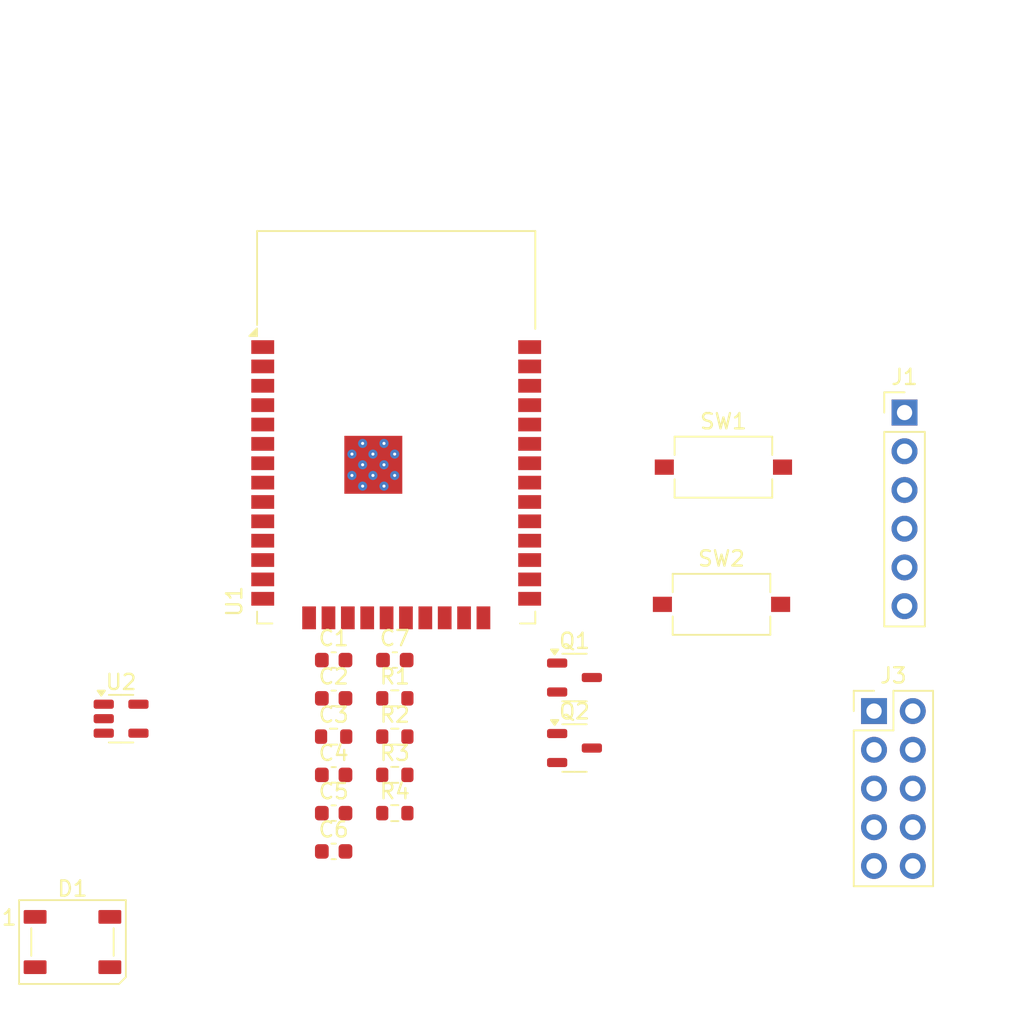
<source format=kicad_pcb>
(kicad_pcb (version 20240108) (generator "pcbnew") (generator_version "8.0")
  (layers (0 "F.Cu" signal) (31 "B.Cu" signal) (34 "B.Paste" user) (35 "F.Paste" user) (36 "B.SilkS" user "B.Silkscreen") (37 "F.SilkS" user "F.Silkscreen") (38 "B.Mask" user) (39 "F.Mask" user) (44 "Edge.Cuts" user))
  (net 0 "")
  (net 1 "GND")
  (net 2 "VDD33")
  (net 3 "/EN")
  (net 4 "/IO0")
  (net 5 "VBAT")
  (net 7 "Net-(D1-DIN)")
  (net 15 "/TDI")
  (net 16 "/TCK")
  (net 17 "+3V3")
  (net 19 "/TDO")
  (net 20 "/TMS")
  (net 21 "Net-(Q1-B)")
  (net 22 "/RTS")
  (net 23 "Net-(Q2-B)")
  (net 24 "/DTR")
  (net 25 "/IO5")
  (footprint "Button_Switch_SMD:SW_Tactile_SPST_NO_Straight_CK_PTS636Sx25SMTRLFS" (layer "F.Cu") (at 210.625 83)
    (property "Reference" "SW1" (at 0 -3 0) (layer "F.SilkS"))
    (property "Value" "BOOT")
    (fp_line (start -3.2 -2) (end -3.2 -0.8) (stroke (width 0.12)) (layer "F.SilkS"))
    (fp_line (start -3.2 0.8) (end -3.2 2) (stroke (width 0.12)) (layer "F.SilkS"))
    (fp_line (start -3.2 2) (end 3.2 2) (stroke (width 0.12)) (layer "F.SilkS"))
    (fp_line (start 3.2 -2) (end -3.2 -2) (stroke (width 0.12)) (layer "F.SilkS"))
    (fp_line (start 3.2 -0.8) (end 3.2 -2) (stroke (width 0.12)) (layer "F.SilkS"))
    (fp_line (start 3.2 2) (end 3.2 0.8) (stroke (width 0.12)) (layer "F.SilkS"))
    (pad "1" smd rect (at -3.875 0) (size 1.25 1) (layers "F.Cu" "F.Paste" "F.Mask") (net 1 "GND"))
    (pad "2" smd rect (at 3.875 0) (size 1.25 1) (layers "F.Cu" "F.Paste" "F.Mask") (net 4 "/IO0"))
  )
  (footprint "Package_TO_SOT_SMD:SOT-23-5" (layer "F.Cu") (at 171.1375 99.5)
    (property "Reference" "U2" (at 0 -2.4 0) (layer "F.SilkS"))
    (property "Value" "TLV75733PDBV")
    (fp_line (start 0 -1.56) (end -0.8 -1.56) (stroke (width 0.12)) (layer "F.SilkS"))
    (fp_line (start 0 -1.56) (end 0.8 -1.56) (stroke (width 0.12)) (layer "F.SilkS"))
    (fp_line (start 0 1.56) (end -0.8 1.56) (stroke (width 0.12)) (layer "F.SilkS"))
    (fp_line (start 0 1.56) (end 0.8 1.56) (stroke (width 0.12)) (layer "F.SilkS"))
    (fp_poly (pts (xy -1.3 -1.51) (xy -1.54 -1.84) (xy -1.06 -1.84) (xy -1.3 -1.51)) (stroke (width 0.12)) (fill solid) (layer "F.SilkS"))
    (pad "1" smd roundrect (at -1.1375 -0.95) (size 1.325 0.6) (layers "F.Cu" "F.Paste" "F.Mask") (net 5 "VBAT"))
    (pad "2" smd roundrect (at -1.1375 0) (size 1.325 0.6) (layers "F.Cu" "F.Paste" "F.Mask") (net 1 "GND"))
    (pad "3" smd roundrect (at -1.1375 0.95) (size 1.325 0.6) (layers "F.Cu" "F.Paste" "F.Mask") (net 5 "VBAT"))
    (pad "4" smd roundrect (at 1.1375 0.95) (size 1.325 0.6) (layers "F.Cu" "F.Paste" "F.Mask"))
    (pad "5" smd roundrect (at 1.1375 -0.95) (size 1.325 0.6) (layers "F.Cu" "F.Paste" "F.Mask") (net 2 "VDD33"))
  )
  (footprint "RF_Module:ESP32-WROOM-32D" (layer "F.Cu") (at 189.1725 83.375)
    (property "Reference" "U1" (at -10.61 8.43 90) (layer "F.SilkS"))
    (property "Value" "ESP32-WROOM-32D")
    (fp_line (start -9.12 -15.86) (end -9.12 -9.7) (stroke (width 0.12)) (layer "F.SilkS"))
    (fp_line (start -9.12 -15.86) (end 9.12 -15.86) (stroke (width 0.12)) (layer "F.SilkS"))
    (fp_line (start -9.12 9.1) (end -9.12 9.88) (stroke (width 0.12)) (layer "F.SilkS"))
    (fp_line (start -9.12 9.88) (end -8.12 9.88) (stroke (width 0.12)) (layer "F.SilkS"))
    (fp_line (start 9.12 -15.86) (end 9.12 -9.445) (stroke (width 0.12)) (layer "F.SilkS"))
    (fp_line (start 9.12 9.1) (end 9.12 9.88) (stroke (width 0.12)) (layer "F.SilkS"))
    (fp_line (start 9.12 9.88) (end 8.12 9.88) (stroke (width 0.12)) (layer "F.SilkS"))
    (fp_poly (pts (xy -9.125 -8.975) (xy -9.625 -8.975) (xy -9.125 -9.475) (xy -9.125 -8.975)) (stroke (width 0.12)) (fill solid) (layer "F.SilkS"))
    (pad "1" smd rect (at -8.75 -8.25) (size 1.5 0.9) (layers "F.Cu" "F.Paste" "F.Mask") (net 1 "GND"))
    (pad "2" smd rect (at -8.75 -6.98) (size 1.5 0.9) (layers "F.Cu" "F.Paste" "F.Mask") (net 2 "VDD33"))
    (pad "3" smd rect (at -8.75 -5.71) (size 1.5 0.9) (layers "F.Cu" "F.Paste" "F.Mask") (net 3 "/EN"))
    (pad "4" smd rect (at -8.75 -4.44) (size 1.5 0.9) (layers "F.Cu" "F.Paste" "F.Mask"))
    (pad "5" smd rect (at -8.75 -3.17) (size 1.5 0.9) (layers "F.Cu" "F.Paste" "F.Mask"))
    (pad "6" smd rect (at -8.75 -1.9) (size 1.5 0.9) (layers "F.Cu" "F.Paste" "F.Mask"))
    (pad "7" smd rect (at -8.75 -0.63) (size 1.5 0.9) (layers "F.Cu" "F.Paste" "F.Mask"))
    (pad "8" smd rect (at -8.75 0.64) (size 1.5 0.9) (layers "F.Cu" "F.Paste" "F.Mask"))
    (pad "9" smd rect (at -8.75 1.91) (size 1.5 0.9) (layers "F.Cu" "F.Paste" "F.Mask"))
    (pad "10" smd rect (at -8.75 3.18) (size 1.5 0.9) (layers "F.Cu" "F.Paste" "F.Mask"))
    (pad "11" smd rect (at -8.75 4.45) (size 1.5 0.9) (layers "F.Cu" "F.Paste" "F.Mask"))
    (pad "12" smd rect (at -8.75 5.72) (size 1.5 0.9) (layers "F.Cu" "F.Paste" "F.Mask"))
    (pad "13" smd rect (at -8.75 6.99) (size 1.5 0.9) (layers "F.Cu" "F.Paste" "F.Mask"))
    (pad "14" smd rect (at -8.75 8.26) (size 1.5 0.9) (layers "F.Cu" "F.Paste" "F.Mask"))
    (pad "15" smd rect (at -5.71 9.51 90) (size 1.5 0.9) (layers "F.Cu" "F.Paste" "F.Mask") (net 1 "GND"))
    (pad "16" smd rect (at -4.44 9.51 90) (size 1.5 0.9) (layers "F.Cu" "F.Paste" "F.Mask"))
    (pad "17" smd rect (at -3.17 9.51 90) (size 1.5 0.9) (layers "F.Cu" "F.Paste" "F.Mask"))
    (pad "18" smd rect (at -1.9 9.51 90) (size 1.5 0.9) (layers "F.Cu" "F.Paste" "F.Mask"))
    (pad "19" smd rect (at -0.63 9.51 90) (size 1.5 0.9) (layers "F.Cu" "F.Paste" "F.Mask"))
    (pad "20" smd rect (at 0.64 9.51 90) (size 1.5 0.9) (layers "F.Cu" "F.Paste" "F.Mask"))
    (pad "21" smd rect (at 1.91 9.51 90) (size 1.5 0.9) (layers "F.Cu" "F.Paste" "F.Mask"))
    (pad "22" smd rect (at 3.18 9.51 90) (size 1.5 0.9) (layers "F.Cu" "F.Paste" "F.Mask"))
    (pad "23" smd rect (at 4.45 9.51 90) (size 1.5 0.9) (layers "F.Cu" "F.Paste" "F.Mask"))
    (pad "24" smd rect (at 5.72 9.51 90) (size 1.5 0.9) (layers "F.Cu" "F.Paste" "F.Mask"))
    (pad "25" smd rect (at 8.75 8.26) (size 1.5 0.9) (layers "F.Cu" "F.Paste" "F.Mask") (net 4 "/IO0"))
    (pad "26" smd rect (at 8.75 6.99) (size 1.5 0.9) (layers "F.Cu" "F.Paste" "F.Mask"))
    (pad "27" smd rect (at 8.75 5.72) (size 1.5 0.9) (layers "F.Cu" "F.Paste" "F.Mask"))
    (pad "28" smd rect (at 8.75 4.45) (size 1.5 0.9) (layers "F.Cu" "F.Paste" "F.Mask"))
    (pad "29" smd rect (at 8.75 3.18) (size 1.5 0.9) (layers "F.Cu" "F.Paste" "F.Mask") (net 25 "/IO5"))
    (pad "30" smd rect (at 8.75 1.91) (size 1.5 0.9) (layers "F.Cu" "F.Paste" "F.Mask"))
    (pad "31" smd rect (at 8.75 0.64) (size 1.5 0.9) (layers "F.Cu" "F.Paste" "F.Mask"))
    (pad "32" smd rect (at 8.75 -0.63) (size 1.5 0.9) (layers "F.Cu" "F.Paste" "F.Mask"))
    (pad "33" smd rect (at 8.75 -1.9) (size 1.5 0.9) (layers "F.Cu" "F.Paste" "F.Mask"))
    (pad "34" smd rect (at 8.75 -3.17) (size 1.5 0.9) (layers "F.Cu" "F.Paste" "F.Mask"))
    (pad "35" smd rect (at 8.75 -4.44) (size 1.5 0.9) (layers "F.Cu" "F.Paste" "F.Mask"))
    (pad "36" smd rect (at 8.75 -5.71) (size 1.5 0.9) (layers "F.Cu" "F.Paste" "F.Mask"))
    (pad "37" smd rect (at 8.75 -6.98) (size 1.5 0.9) (layers "F.Cu" "F.Paste" "F.Mask"))
    (pad "38" smd rect (at 8.75 -8.25) (size 1.5 0.9) (layers "F.Cu" "F.Paste" "F.Mask") (net 1 "GND"))
    (pad "39" smd rect (at -2.9 -1.93) (size 0.9 0.9) (layers "F.Cu" "F.Paste") (net 1 "GND"))
    (pad "39" thru_hole circle (at -2.9 -1.23) (size 0.6 0.6) (drill 0.2) (property pad_prop_heatsink) (layers "*.Cu" "F.Mask") (net 1 "GND"))
    (pad "39" smd rect (at -2.9 -0.53) (size 0.9 0.9) (layers "F.Cu" "F.Paste") (net 1 "GND"))
    (pad "39" thru_hole circle (at -2.9 0.17) (size 0.6 0.6) (drill 0.2) (property pad_prop_heatsink) (layers "*.Cu" "F.Mask") (net 1 "GND"))
    (pad "39" smd rect (at -2.9 0.87) (size 0.9 0.9) (layers "F.Cu" "F.Paste") (net 1 "GND"))
    (pad "39" thru_hole circle (at -2.2 -1.93) (size 0.6 0.6) (drill 0.2) (property pad_prop_heatsink) (layers "*.Cu" "F.Mask") (net 1 "GND"))
    (pad "39" thru_hole circle (at -2.2 -0.53) (size 0.6 0.6) (drill 0.2) (property pad_prop_heatsink) (layers "*.Cu" "F.Mask") (net 1 "GND"))
    (pad "39" thru_hole circle (at -2.2 0.87) (size 0.6 0.6) (drill 0.2) (property pad_prop_heatsink) (layers "*.Cu" "F.Mask") (net 1 "GND"))
    (pad "39" thru_hole circle (at -1.525 -1.23) (size 0.6 0.6) (drill 0.2) (property pad_prop_heatsink) (layers "*.Cu" "F.Mask") (net 1 "GND"))
    (pad "39" thru_hole circle (at -1.525 0.17) (size 0.6 0.6) (drill 0.2) (property pad_prop_heatsink) (layers "*.Cu" "F.Mask") (net 1 "GND"))
    (pad "39" smd rect (at -1.5 -1.93) (size 0.9 0.9) (layers "F.Cu" "F.Paste") (net 1 "GND"))
    (pad "39" smd rect (at -1.5 -0.53) (size 0.9 0.9) (layers "F.Cu" "F.Paste") (net 1 "GND"))
    (pad "39" smd rect (at -1.5 -0.53) (size 3.8 3.8) (layers "F.Cu" "F.Mask") (net 1 "GND"))
    (pad "39" smd rect (at -1.5 0.87) (size 0.9 0.9) (layers "F.Cu" "F.Paste") (net 1 "GND"))
    (pad "39" thru_hole circle (at -0.8 -1.93) (size 0.6 0.6) (drill 0.2) (property pad_prop_heatsink) (layers "*.Cu" "F.Mask") (net 1 "GND"))
    (pad "39" thru_hole circle (at -0.8 -0.53) (size 0.6 0.6) (drill 0.2) (property pad_prop_heatsink) (layers "*.Cu" "F.Mask") (net 1 "GND"))
    (pad "39" thru_hole circle (at -0.8 0.87) (size 0.6 0.6) (drill 0.2) (property pad_prop_heatsink) (layers "*.Cu" "F.Mask") (net 1 "GND"))
    (pad "39" smd rect (at -0.1 -1.93) (size 0.9 0.9) (layers "F.Cu" "F.Paste") (net 1 "GND"))
    (pad "39" thru_hole circle (at -0.1 -1.23) (size 0.6 0.6) (drill 0.2) (property pad_prop_heatsink) (layers "*.Cu" "F.Mask") (net 1 "GND"))
    (pad "39" smd rect (at -0.1 -0.53) (size 0.9 0.9) (layers "F.Cu" "F.Paste") (net 1 "GND"))
    (pad "39" thru_hole circle (at -0.1 0.17) (size 0.6 0.6) (drill 0.2) (property pad_prop_heatsink) (layers "*.Cu" "F.Mask") (net 1 "GND"))
    (pad "39" smd rect (at -0.1 0.87) (size 0.9 0.9) (layers "F.Cu" "F.Paste") (net 1 "GND"))
  )
  (footprint "Resistor_SMD:R_0603_1608Metric" (layer "F.Cu") (at 189.0825 103.185)
    (property "Reference" "R3" (at 0 -1.43 0) (layer "F.SilkS"))
    (property "Value" "10k")
    (fp_line (start -0.237258 -0.5225) (end 0.237258 -0.5225) (stroke (width 0.12)) (layer "F.SilkS"))
    (fp_line (start -0.237258 0.5225) (end 0.237258 0.5225) (stroke (width 0.12)) (layer "F.SilkS"))
    (pad "1" smd roundrect (at -0.825 0) (size 0.8 0.95) (layers "F.Cu" "F.Paste" "F.Mask") (net 22 "/RTS"))
    (pad "2" smd roundrect (at 0.825 0) (size 0.8 0.95) (layers "F.Cu" "F.Paste" "F.Mask") (net 23 "Net-(Q2-B)"))
  )
  (footprint "Resistor_SMD:R_0603_1608Metric" (layer "F.Cu") (at 189.0825 105.695)
    (property "Reference" "R4" (at 0 -1.43 0) (layer "F.SilkS"))
    (property "Value" "R")
    (fp_line (start -0.237258 -0.5225) (end 0.237258 -0.5225) (stroke (width 0.12)) (layer "F.SilkS"))
    (fp_line (start -0.237258 0.5225) (end 0.237258 0.5225) (stroke (width 0.12)) (layer "F.SilkS"))
    (pad "1" smd roundrect (at -0.825 0) (size 0.8 0.95) (layers "F.Cu" "F.Paste" "F.Mask") (net 25 "/IO5"))
    (pad "2" smd roundrect (at 0.825 0) (size 0.8 0.95) (layers "F.Cu" "F.Paste" "F.Mask") (net 7 "Net-(D1-DIN)"))
  )
  (footprint "Package_TO_SOT_SMD:SOT-23-3" (layer "F.Cu") (at 200.8625 101.425)
    (property "Reference" "Q2" (at 0 -2.4 0) (layer "F.SilkS"))
    (property "Value" "SS8050")
    (fp_line (start 0 -1.56) (end -0.8 -1.56) (stroke (width 0.12)) (layer "F.SilkS"))
    (fp_line (start 0 -1.56) (end 0.8 -1.56) (stroke (width 0.12)) (layer "F.SilkS"))
    (fp_line (start 0 1.56) (end -0.8 1.56) (stroke (width 0.12)) (layer "F.SilkS"))
    (fp_line (start 0 1.56) (end 0.8 1.56) (stroke (width 0.12)) (layer "F.SilkS"))
    (fp_poly (pts (xy -1.3 -1.51) (xy -1.54 -1.84) (xy -1.06 -1.84) (xy -1.3 -1.51)) (stroke (width 0.12)) (fill solid) (layer "F.SilkS"))
    (pad "1" smd roundrect (at -1.1375 -0.95) (size 1.325 0.6) (layers "F.Cu" "F.Paste" "F.Mask") (net 4 "/IO0"))
    (pad "2" smd roundrect (at -1.1375 0.95) (size 1.325 0.6) (layers "F.Cu" "F.Paste" "F.Mask") (net 23 "Net-(Q2-B)"))
    (pad "3" smd roundrect (at 1.1375 0) (size 1.325 0.6) (layers "F.Cu" "F.Paste" "F.Mask") (net 24 "/DTR"))
  )
  (footprint "Connector_PinHeader_2.54mm:PinHeader_1x06_P2.54mm_Vertical" (layer "F.Cu") (at 222.5 79.42)
    (property "Reference" "J1" (at 0 -2.33 0) (layer "F.SilkS"))
    (property "Value" "Conn_01x06_Pin")
    (fp_line (start -1.33 -1.33) (end 0 -1.33) (stroke (width 0.12)) (layer "F.SilkS"))
    (fp_line (start -1.33 0) (end -1.33 -1.33) (stroke (width 0.12)) (layer "F.SilkS"))
    (fp_line (start -1.33 1.27) (end -1.33 14.03) (stroke (width 0.12)) (layer "F.SilkS"))
    (fp_line (start -1.33 1.27) (end 1.33 1.27) (stroke (width 0.12)) (layer "F.SilkS"))
    (fp_line (start -1.33 14.03) (end 1.33 14.03) (stroke (width 0.12)) (layer "F.SilkS"))
    (fp_line (start 1.33 1.27) (end 1.33 14.03) (stroke (width 0.12)) (layer "F.SilkS"))
    (pad "1" thru_hole rect (at 0 0) (size 1.7 1.7) (drill 1) (layers "*.Cu" "*.Mask"))
    (pad "2" thru_hole oval (at 0 2.54) (size 1.7 1.7) (drill 1) (layers "*.Cu" "*.Mask"))
    (pad "3" thru_hole oval (at 0 5.08) (size 1.7 1.7) (drill 1) (layers "*.Cu" "*.Mask"))
    (pad "4" thru_hole oval (at 0 7.62) (size 1.7 1.7) (drill 1) (layers "*.Cu" "*.Mask"))
    (pad "5" thru_hole oval (at 0 10.16) (size 1.7 1.7) (drill 1) (layers "*.Cu" "*.Mask"))
    (pad "6" thru_hole oval (at 0 12.7) (size 1.7 1.7) (drill 1) (layers "*.Cu" "*.Mask"))
  )
  (footprint "Capacitor_SMD:C_0603_1608Metric" (layer "F.Cu") (at 185.0725 105.695)
    (property "Reference" "C5" (at 0 -1.43 0) (layer "F.SilkS"))
    (property "Value" "10uF")
    (fp_line (start -0.14058 -0.51) (end 0.14058 -0.51) (stroke (width 0.12)) (layer "F.SilkS"))
    (fp_line (start -0.14058 0.51) (end 0.14058 0.51) (stroke (width 0.12)) (layer "F.SilkS"))
    (pad "1" smd roundrect (at -0.775 0) (size 0.9 0.95) (layers "F.Cu" "F.Paste" "F.Mask") (net 1 "GND"))
    (pad "2" smd roundrect (at 0.775 0) (size 0.9 0.95) (layers "F.Cu" "F.Paste" "F.Mask") (net 3 "/EN"))
  )
  (footprint "Resistor_SMD:R_0603_1608Metric" (layer "F.Cu") (at 189.0825 100.675)
    (property "Reference" "R2" (at 0 -1.43 0) (layer "F.SilkS"))
    (property "Value" "10k")
    (fp_line (start -0.237258 -0.5225) (end 0.237258 -0.5225) (stroke (width 0.12)) (layer "F.SilkS"))
    (fp_line (start -0.237258 0.5225) (end 0.237258 0.5225) (stroke (width 0.12)) (layer "F.SilkS"))
    (pad "1" smd roundrect (at -0.825 0) (size 0.8 0.95) (layers "F.Cu" "F.Paste" "F.Mask") (net 24 "/DTR"))
    (pad "2" smd roundrect (at 0.825 0) (size 0.8 0.95) (layers "F.Cu" "F.Paste" "F.Mask") (net 21 "Net-(Q1-B)"))
  )
  (footprint "Resistor_SMD:R_0603_1608Metric" (layer "F.Cu") (at 185.0725 100.675)
    (property "Reference" "C3" (at 0 -1.43 0) (layer "F.SilkS"))
    (property "Value" "C")
    (fp_line (start -0.237258 -0.5225) (end 0.237258 -0.5225) (stroke (width 0.12)) (layer "F.SilkS"))
    (fp_line (start -0.237258 0.5225) (end 0.237258 0.5225) (stroke (width 0.12)) (layer "F.SilkS"))
    (pad "1" smd roundrect (at -0.825 0) (size 0.8 0.95) (layers "F.Cu" "F.Paste" "F.Mask") (net 3 "/EN"))
    (pad "2" smd roundrect (at 0.825 0) (size 0.8 0.95) (layers "F.Cu" "F.Paste" "F.Mask") (net 1 "GND"))
  )
  (footprint "Resistor_SMD:R_0603_1608Metric" (layer "F.Cu") (at 189.0825 98.165)
    (property "Reference" "R1" (at 0 -1.43 0) (layer "F.SilkS"))
    (property "Value" "R")
    (fp_line (start -0.237258 -0.5225) (end 0.237258 -0.5225) (stroke (width 0.12)) (layer "F.SilkS"))
    (fp_line (start -0.237258 0.5225) (end 0.237258 0.5225) (stroke (width 0.12)) (layer "F.SilkS"))
    (pad "1" smd roundrect (at -0.825 0) (size 0.8 0.95) (layers "F.Cu" "F.Paste" "F.Mask") (net 2 "VDD33"))
    (pad "2" smd roundrect (at 0.825 0) (size 0.8 0.95) (layers "F.Cu" "F.Paste" "F.Mask") (net 3 "/EN"))
  )
  (footprint "Connector_PinHeader_2.54mm:PinHeader_2x05_P2.54mm_Vertical" (layer "F.Cu") (at 220.5 99)
    (property "Reference" "J3" (at 1.27 -2.33 0) (layer "F.SilkS"))
    (property "Value" "Conn_02x05_Odd_Even")
    (fp_line (start -1.33 -1.33) (end 0 -1.33) (stroke (width 0.12)) (layer "F.SilkS"))
    (fp_line (start -1.33 0) (end -1.33 -1.33) (stroke (width 0.12)) (layer "F.SilkS"))
    (fp_line (start -1.33 1.27) (end -1.33 11.49) (stroke (width 0.12)) (layer "F.SilkS"))
    (fp_line (start -1.33 1.27) (end 1.27 1.27) (stroke (width 0.12)) (layer "F.SilkS"))
    (fp_line (start -1.33 11.49) (end 3.87 11.49) (stroke (width 0.12)) (layer "F.SilkS"))
    (fp_line (start 1.27 -1.33) (end 3.87 -1.33) (stroke (width 0.12)) (layer "F.SilkS"))
    (fp_line (start 1.27 1.27) (end 1.27 -1.33) (stroke (width 0.12)) (layer "F.SilkS"))
    (fp_line (start 3.87 -1.33) (end 3.87 11.49) (stroke (width 0.12)) (layer "F.SilkS"))
    (pad "1" thru_hole rect (at 0 0) (size 1.7 1.7) (drill 1) (layers "*.Cu" "*.Mask") (net 17 "+3V3"))
    (pad "2" thru_hole oval (at 2.54 0) (size 1.7 1.7) (drill 1) (layers "*.Cu" "*.Mask") (net 20 "/TMS"))
    (pad "3" thru_hole oval (at 0 2.54) (size 1.7 1.7) (drill 1) (layers "*.Cu" "*.Mask") (net 1 "GND"))
    (pad "4" thru_hole oval (at 2.54 2.54) (size 1.7 1.7) (drill 1) (layers "*.Cu" "*.Mask") (net 16 "/TCK"))
    (pad "5" thru_hole oval (at 0 5.08) (size 1.7 1.7) (drill 1) (layers "*.Cu" "*.Mask") (net 1 "GND"))
    (pad "6" thru_hole oval (at 2.54 5.08) (size 1.7 1.7) (drill 1) (layers "*.Cu" "*.Mask") (net 19 "/TDO"))
    (pad "7" thru_hole oval (at 0 7.62) (size 1.7 1.7) (drill 1) (layers "*.Cu" "*.Mask"))
    (pad "8" thru_hole oval (at 2.54 7.62) (size 1.7 1.7) (drill 1) (layers "*.Cu" "*.Mask") (net 15 "/TDI"))
    (pad "9" thru_hole oval (at 0 10.16) (size 1.7 1.7) (drill 1) (layers "*.Cu" "*.Mask") (net 1 "GND"))
    (pad "10" thru_hole oval (at 2.54 10.16) (size 1.7 1.7) (drill 1) (layers "*.Cu" "*.Mask"))
  )
  (footprint "Capacitor_SMD:C_0603_1608Metric" (layer "F.Cu") (at 185.0725 98.165)
    (property "Reference" "C2" (at 0 -1.43 0) (layer "F.SilkS"))
    (property "Value" "0.1uF")
    (fp_line (start -0.14058 -0.51) (end 0.14058 -0.51) (stroke (width 0.12)) (layer "F.SilkS"))
    (fp_line (start -0.14058 0.51) (end 0.14058 0.51) (stroke (width 0.12)) (layer "F.SilkS"))
    (pad "1" smd roundrect (at -0.775 0) (size 0.9 0.95) (layers "F.Cu" "F.Paste" "F.Mask") (net 2 "VDD33"))
    (pad "2" smd roundrect (at 0.775 0) (size 0.9 0.95) (layers "F.Cu" "F.Paste" "F.Mask") (net 1 "GND"))
  )
  (footprint "Capacitor_SMD:C_0603_1608Metric" (layer "F.Cu") (at 189.0825 95.655)
    (property "Reference" "C7" (at 0 -1.43 0) (layer "F.SilkS"))
    (property "Value" "22uF")
    (fp_line (start -0.14058 -0.51) (end 0.14058 -0.51) (stroke (width 0.12)) (layer "F.SilkS"))
    (fp_line (start -0.14058 0.51) (end 0.14058 0.51) (stroke (width 0.12)) (layer "F.SilkS"))
    (pad "1" smd roundrect (at -0.775 0) (size 0.9 0.95) (layers "F.Cu" "F.Paste" "F.Mask") (net 2 "VDD33"))
    (pad "2" smd roundrect (at 0.775 0) (size 0.9 0.95) (layers "F.Cu" "F.Paste" "F.Mask") (net 1 "GND"))
  )
  (footprint "Capacitor_SMD:C_0603_1608Metric" (layer "F.Cu") (at 185.0725 103.185)
    (property "Reference" "C4" (at 0 -1.43 0) (layer "F.SilkS"))
    (property "Value" "10uF")
    (fp_line (start -0.14058 -0.51) (end 0.14058 -0.51) (stroke (width 0.12)) (layer "F.SilkS"))
    (fp_line (start -0.14058 0.51) (end 0.14058 0.51) (stroke (width 0.12)) (layer "F.SilkS"))
    (pad "1" smd roundrect (at -0.775 0) (size 0.9 0.95) (layers "F.Cu" "F.Paste" "F.Mask") (net 1 "GND"))
    (pad "2" smd roundrect (at 0.775 0) (size 0.9 0.95) (layers "F.Cu" "F.Paste" "F.Mask") (net 4 "/IO0"))
  )
  (footprint "Button_Switch_SMD:SW_Tactile_SPST_NO_Straight_CK_PTS636Sx25SMTRLFS" (layer "F.Cu") (at 210.5 92)
    (property "Reference" "SW2" (at 0 -3 0) (layer "F.SilkS"))
    (property "Value" "RESET")
    (fp_line (start -3.2 -2) (end -3.2 -0.8) (stroke (width 0.12)) (layer "F.SilkS"))
    (fp_line (start -3.2 0.8) (end -3.2 2) (stroke (width 0.12)) (layer "F.SilkS"))
    (fp_line (start -3.2 2) (end 3.2 2) (stroke (width 0.12)) (layer "F.SilkS"))
    (fp_line (start 3.2 -2) (end -3.2 -2) (stroke (width 0.12)) (layer "F.SilkS"))
    (fp_line (start 3.2 -0.8) (end 3.2 -2) (stroke (width 0.12)) (layer "F.SilkS"))
    (fp_line (start 3.2 2) (end 3.2 0.8) (stroke (width 0.12)) (layer "F.SilkS"))
    (pad "1" smd rect (at -3.875 0) (size 1.25 1) (layers "F.Cu" "F.Paste" "F.Mask") (net 1 "GND"))
    (pad "2" smd rect (at 3.875 0) (size 1.25 1) (layers "F.Cu" "F.Paste" "F.Mask") (net 3 "/EN"))
  )
  (footprint "LED_SMD:LED_WS2812B_PLCC4_5.0x5.0mm_P3.2mm" (layer "F.Cu") (at 167.95 114.15)
    (property "Reference" "D1" (at 0 -3.5 0) (layer "F.SilkS"))
    (property "Value" "WS2812B")
    (fp_line (start -3.5 -2.75) (end -3.5 2.75) (stroke (width 0.12)) (layer "F.SilkS"))
    (fp_line (start -3.5 -2.75) (end 3.5 -2.75) (stroke (width 0.12)) (layer "F.SilkS"))
    (fp_line (start -3.5 2.75) (end 3.05 2.75) (stroke (width 0.12)) (layer "F.SilkS"))
    (fp_line (start -2.7 0.9) (end -2.7 -0.9) (stroke (width 0.12)) (layer "F.SilkS"))
    (fp_line (start 2.7 0.9) (end 2.7 -0.9) (stroke (width 0.12)) (layer "F.SilkS"))
    (fp_line (start 3.05 2.75) (end 3.5 2.3) (stroke (width 0.12)) (layer "F.SilkS"))
    (fp_line (start 3.5 2.3) (end 3.5 -2.75) (stroke (width 0.12)) (layer "F.SilkS"))
    (fp_text user "1" (at -4.15 -1.6 0) (layer "F.SilkS"))
    (pad "1" smd roundrect (at -2.45 -1.65) (size 1.5 0.9) (layers "F.Cu" "F.Paste" "F.Mask") (roundrect_rratio 0.1) (net 2 "VDD33"))
    (pad "2" smd roundrect (at -2.45 1.65) (size 1.5 0.9) (layers "F.Cu" "F.Paste" "F.Mask") (roundrect_rratio 0.1))
    (pad "3" smd roundrect (at 2.45 1.65) (size 1.5 0.9) (layers "F.Cu" "F.Paste" "F.Mask") (roundrect_rratio 0.1) (net 1 "GND"))
    (pad "4" smd roundrect (at 2.45 -1.65) (size 1.5 0.9) (layers "F.Cu" "F.Paste" "F.Mask") (roundrect_rratio 0.1) (net 7 "Net-(D1-DIN)"))
  )
  (footprint "Package_TO_SOT_SMD:SOT-23-3" (layer "F.Cu") (at 200.8625 96.8)
    (property "Reference" "Q1" (at 0 -2.4 0) (layer "F.SilkS"))
    (property "Value" "SS8050")
    (fp_line (start 0 -1.56) (end -0.8 -1.56) (stroke (width 0.12)) (layer "F.SilkS"))
    (fp_line (start 0 -1.56) (end 0.8 -1.56) (stroke (width 0.12)) (layer "F.SilkS"))
    (fp_line (start 0 1.56) (end -0.8 1.56) (stroke (width 0.12)) (layer "F.SilkS"))
    (fp_line (start 0 1.56) (end 0.8 1.56) (stroke (width 0.12)) (layer "F.SilkS"))
    (fp_poly (pts (xy -1.3 -1.51) (xy -1.54 -1.84) (xy -1.06 -1.84) (xy -1.3 -1.51)) (stroke (width 0.12)) (fill solid) (layer "F.SilkS"))
    (pad "1" smd roundrect (at -1.1375 -0.95) (size 1.325 0.6) (layers "F.Cu" "F.Paste" "F.Mask") (net 3 "/EN"))
    (pad "2" smd roundrect (at -1.1375 0.95) (size 1.325 0.6) (layers "F.Cu" "F.Paste" "F.Mask") (net 21 "Net-(Q1-B)"))
    (pad "3" smd roundrect (at 1.1375 0) (size 1.325 0.6) (layers "F.Cu" "F.Paste" "F.Mask") (net 22 "/RTS"))
  )
  (footprint "Capacitor_SMD:C_0603_1608Metric" (layer "F.Cu") (at 185.0725 95.655)
    (property "Reference" "C1" (at 0 -1.43 0) (layer "F.SilkS"))
    (property "Value" "22uF")
    (fp_line (start -0.14058 -0.51) (end 0.14058 -0.51) (stroke (width 0.12)) (layer "F.SilkS"))
    (fp_line (start -0.14058 0.51) (end 0.14058 0.51) (stroke (width 0.12)) (layer "F.SilkS"))
    (pad "1" smd roundrect (at -0.775 0) (size 0.9 0.95) (layers "F.Cu" "F.Paste" "F.Mask") (net 2 "VDD33"))
    (pad "2" smd roundrect (at 0.775 0) (size 0.9 0.95) (layers "F.Cu" "F.Paste" "F.Mask") (net 1 "GND"))
  )
  (footprint "Capacitor_SMD:C_0603_1608Metric" (layer "F.Cu") (at 185.0725 108.205)
    (property "Reference" "C6" (at 0 -1.43 0) (layer "F.SilkS"))
    (property "Value" "22uF")
    (fp_line (start -0.14058 -0.51) (end 0.14058 -0.51) (stroke (width 0.12)) (layer "F.SilkS"))
    (fp_line (start -0.14058 0.51) (end 0.14058 0.51) (stroke (width 0.12)) (layer "F.SilkS"))
    (pad "1" smd roundrect (at -0.775 0) (size 0.9 0.95) (layers "F.Cu" "F.Paste" "F.Mask") (net 5 "VBAT"))
    (pad "2" smd roundrect (at 0.775 0) (size 0.9 0.95) (layers "F.Cu" "F.Paste" "F.Mask") (net 1 "GND"))
  )
)
</source>
